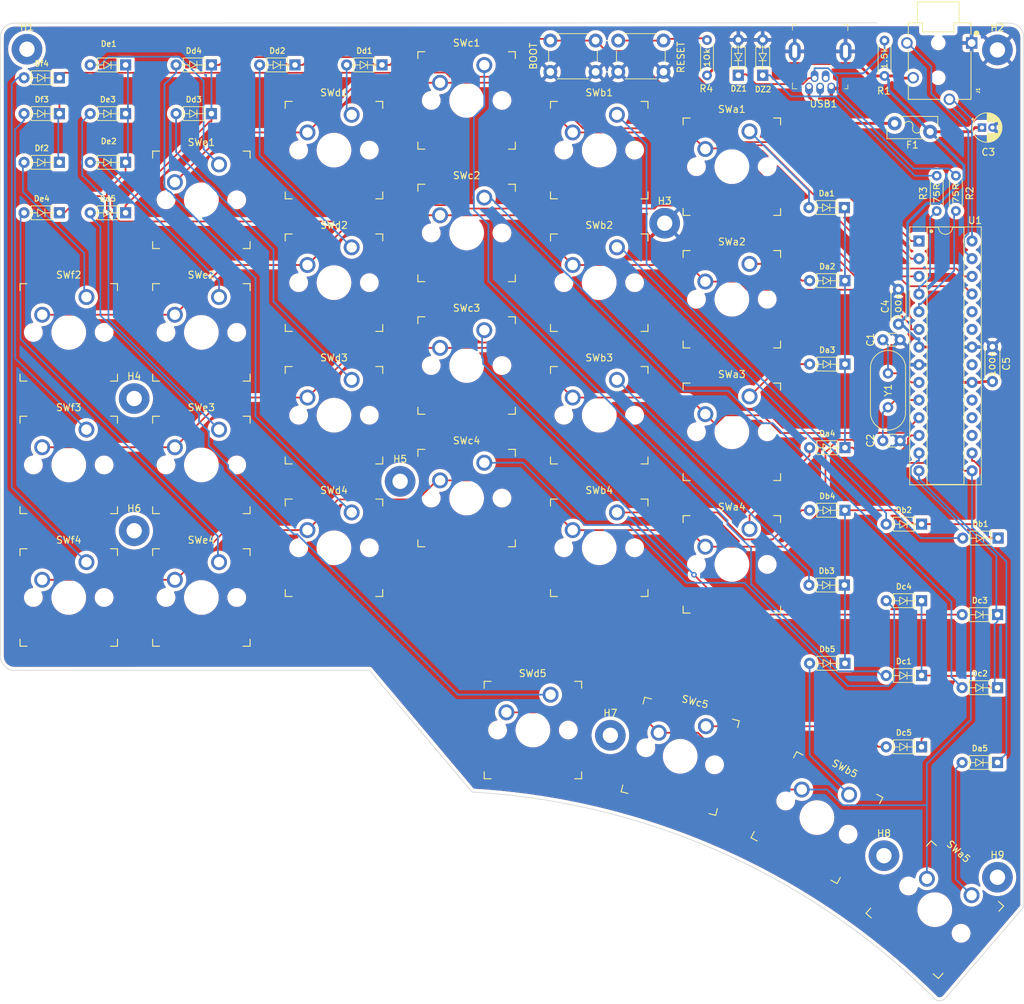
<source format=kicad_pcb>
(kicad_pcb (version 20211014) (generator pcbnew)
  (title_block (title "BlueJay Left"))
  (layers (0 "F.Cu" signal) (31 "B.Cu" signal) (36 "B.SilkS" user "B.Silkscreen") (37 "F.SilkS" user "F.Silkscreen") (38 "B.Mask" user) (39 "F.Mask" user) (44 "Edge.Cuts" user))
  (net 0 "")
  (net 1 "GND")
  (net 2 "Net-(C1-Pad1)")
  (net 3 "Net-(C2-Pad1)")
  (net 4 "VCC")
  (net 5 "/colA")
  (net 6 "Net-(Da1-Pad2)")
  (net 7 "Net-(Da2-Pad2)")
  (net 8 "Net-(Da3-Pad2)")
  (net 9 "Net-(Da4-Pad2)")
  (net 10 "Net-(Da5-Pad2)")
  (net 11 "/colB")
  (net 12 "Net-(Db1-Pad2)")
  (net 13 "Net-(Db2-Pad2)")
  (net 14 "Net-(Db3-Pad2)")
  (net 15 "Net-(Db4-Pad2)")
  (net 16 "Net-(Db5-Pad2)")
  (net 17 "/colC")
  (net 18 "Net-(Dc1-Pad2)")
  (net 19 "Net-(Dc2-Pad2)")
  (net 20 "Net-(Dc3-Pad2)")
  (net 21 "Net-(Dc4-Pad2)")
  (net 22 "Net-(Dc5-Pad2)")
  (net 23 "/colD")
  (net 24 "Net-(Dd1-Pad2)")
  (net 25 "Net-(Dd2-Pad2)")
  (net 26 "Net-(Dd3-Pad2)")
  (net 27 "Net-(Dd4-Pad2)")
  (net 28 "Net-(Dd5-Pad2)")
  (net 29 "/colE")
  (net 30 "Net-(De1-Pad2)")
  (net 31 "Net-(De2-Pad2)")
  (net 32 "Net-(De3-Pad2)")
  (net 33 "Net-(De4-Pad2)")
  (net 34 "/colF")
  (net 35 "Net-(Df2-Pad2)")
  (net 36 "Net-(Df3-Pad2)")
  (net 37 "Net-(Df4-Pad2)")
  (net 38 "Net-(DZ1-Pad1)")
  (net 39 "Net-(DZ2-Pad1)")
  (net 40 "Net-(F1-Pad2)")
  (net 41 "/i2c_SCL")
  (net 42 "/i2c_SDA")
  (net 43 "Net-(PB1-Pad1)")
  (net 44 "/USB_D-")
  (net 45 "/USB_D+")
  (net 46 "/row1")
  (net 47 "/row2")
  (net 48 "/row3")
  (net 49 "/row4")
  (net 50 "/row5")
  (footprint "BlueJay footprints:C_Disc_D3.0mm_W1.6mm_P2.50mm" (layer "F.Cu") (at 40.7312 3.6563)
    (fp_text reference "C2")
    (fp_text value "22p")
  )
  (footprint "BlueJay footprints:D_DO-35_SOD27_P5.08mm_Horizontal" (layer "F.Cu") (at 47.5687 47.6563 180)
    (fp_text reference "Dc5")
    (fp_text value "1N4148")
  )
  (footprint "BlueJay footprints:Crystal_HC49-4H_Vertical" (layer "F.Cu") (at 41.4812 -1.1437 90)
    (fp_text reference "Y1")
    (fp_text value "16MHz")
  )
  (footprint "BlueJay footprints:SW_MX" (layer "F.Cu") (at 19.05 2.3813)
    (fp_text reference "SWa3")
    (fp_text value "KEYSW")
  )
  (footprint "BlueJay footprints:SW_MX" (layer "F.Cu") (at 48.2012 71.0563 -42)
    (fp_text reference "SWa5")
    (fp_text value "KEYSW")
  )
  (footprint "BlueJay footprints:D_DO-35_SOD27_P5.08mm_Horizontal" (layer "F.Cu") (at 36.4812 -29.8437 180)
    (fp_text reference "Da1")
    (fp_text value "1N4148")
  )
  (footprint "BlueJay footprints:SW_MX" (layer "F.Cu") (at -76.2 -11.9063)
    (fp_text reference "SWf2")
    (fp_text value "KEYSW")
  )
  (footprint "BlueJay footprints:SW_MX" (layer "F.Cu") (at -19.05 -26.1938)
    (fp_text reference "SWc2")
    (fp_text value "KEYSW")
  )
  (footprint "BlueJay footprints:SW_MX" (layer "F.Cu") (at -38.1 -38.1)
    (fp_text reference "SWd1")
    (fp_text value "KEYSW")
  )
  (footprint "BlueJay footprints:SW_MX" (layer "F.Cu") (at -19.05 -7.1438)
    (fp_text reference "SWc3")
    (fp_text value "KEYSW")
  )
  (footprint "BlueJay footprints:D_DO-35_SOD27_P5.08mm_Horizontal" (layer "F.Cu") (at 23.4812 -47.5937 90)
    (fp_text reference "DZ2")
    (fp_text value "3.6V")
  )
  (footprint "BlueJay footprints:D_DO-35_SOD27_P5.08mm_Horizontal" (layer "F.Cu") (at -66.7688 -36.3437 180)
    (fp_text reference "De2")
    (fp_text value "1N4148")
  )
  (footprint "BlueJay footprints:SW_MX" (layer "F.Cu") (at -57.15 7.1438)
    (fp_text reference "SWe3")
    (fp_text value "KEYSW")
  )
  (footprint "Package_DIP_AKL:DIP-28_W7.62mm_Socket" (layer "F.Cu") (at 45.9312 -25.0375)
    (fp_text reference "U1")
    (fp_text value "ATmega328P-PU")
  )
  (footprint "BlueJay footprints:D_DO-35_SOD27_P5.08mm_Horizontal" (layer "F.Cu") (at 36.5687 4.6563 180)
    (fp_text reference "Da4")
    (fp_text value "1N4148")
  )
  (footprint "BlueJay footprints:D_DO-35_SOD27_P5.08mm_Horizontal" (layer "F.Cu") (at -66.7688 -50.3437 180)
    (fp_text reference "De1")
    (fp_text value "1N4148")
  )
  (footprint "BlueJay footprints:SW_MX" (layer "F.Cu") (at -19.05 11.9063)
    (fp_text reference "SWc4")
    (fp_text value "KEYSW")
  )
  (footprint "BlueJay footprints:SW_MX" (layer "F.Cu") (at -57.15 -11.9063)
    (fp_text reference "SWe2")
    (fp_text value "KEYSW")
  )
  (footprint "BlueJay footprints:D_DO-35_SOD27_P5.08mm_Horizontal" (layer "F.Cu") (at 36.5687 -7.3437 180)
    (fp_text reference "Da3")
    (fp_text value "1N4148")
  )
  (footprint "BlueJay footprints:SW_MX" (layer "F.Cu") (at -9.525 45.2438)
    (fp_text reference "SWd5")
    (fp_text value "KEYSW")
  )
  (footprint "BlueJay footprints:D_DO-35_SOD27_P5.08mm_Horizontal" (layer "F.Cu") (at -66.7688 -43.3437 180)
    (fp_text reference "De3")
    (fp_text value "1N4148")
  )
  (footprint "MountingHole:MountingHole_2.2mm_M2_Pad" (layer "F.Cu") (at 57.2 66.4)
    (fp_text reference "H9")
    (fp_text value "M2")
  )
  (footprint "BlueJay footprints:SW_MX" (layer "F.Cu") (at 19.05 21.4313)
    (fp_text reference "SWa4")
    (fp_text value "KEYSW")
  )
  (footprint "BlueJay footprints:SW_MX" (layer "F.Cu") (at 0 -38.1)
    (fp_text reference "SWb1")
    (fp_text value "KEYSW")
  )
  (footprint "BlueJay footprints:SW_MX" (layer "F.Cu") (at 0 -19.05)
    (fp_text reference "SWb2")
    (fp_text value "KEYSW")
  )
  (footprint "BlueJay footprints:D_DO-35_SOD27_P5.08mm_Horizontal" (layer "F.Cu") (at -76.2688 -29.0937 180)
    (fp_text reference "De4")
    (fp_text value "1N4148")
  )
  (footprint "BlueJay footprints:C_Disc_D4.3mm_W1.9mm_P5.00mm" (layer "F.Cu") (at 42.9812 -13.0937 90)
    (fp_text reference "C4")
    (fp_text value "100n")
  )
  (footprint "BlueJay footprints:SW_MX" (layer "F.Cu") (at 19.05 -16.6688)
    (fp_text reference "SWa2")
    (fp_text value "KEYSW")
  )
  (footprint "BlueJay footprints:D_DO-35_SOD27_P5.08mm_Horizontal" (layer "F.Cu") (at 47.5687 15.6563 180)
    (fp_text reference "Db2")
    (fp_text value "1N4148")
  )
  (footprint "MountingHole:MountingHole_2.2mm_M2_Pad" (layer "F.Cu") (at 40.9 63.3)
    (fp_text reference "H8")
    (fp_text value "M2")
  )
  (footprint "BlueJay footprints:SW_MX" (layer "F.Cu") (at -76.2 7.1438)
    (fp_text reference "SWf3")
    (fp_text value "KEYSW")
  )
  (footprint "BlueJay footprints:SW_MX" (layer "F.Cu") (at -38.1 19.05)
    (fp_text reference "SWd4")
    (fp_text value "KEYSW")
  )
  (footprint "BlueJay footprints:D_DO-35_SOD27_P5.08mm_Horizontal" (layer "F.Cu") (at 36.5687 13.6563 180)
    (fp_text reference "Db4")
    (fp_text value "1N4148")
  )
  (footprint "BlueJay footprints:R_Axial_DIN0204_L3.6mm_D1.6mm_P5.08mm_Horizontal" (layer "F.Cu") (at 40.9812 -53.8437 -90)
    (fp_text reference "R1")
    (fp_text value "1.5k")
  )
  (footprint "MountingHole:MountingHole_2.2mm_M2_Pad" (layer "F.Cu") (at -28.6 9.5)
    (fp_text reference "H5")
    (fp_text value "M2")
  )
  (footprint "BlueJay footprints:D_DO-35_SOD27_P5.08mm_Horizontal" (layer "F.Cu") (at 19.9812 -47.5937 90)
    (fp_text reference "DZ1")
    (fp_text value "3.6V")
  )
  (footprint "BlueJay footprints:SW_MX" (layer "F.Cu") (at 0 19.05)
    (fp_text reference "SWb4")
    (fp_text value "KEYSW")
  )
  (footprint "BlueJay footprints:SW_MX" (layer "F.Cu") (at -57.15 26.1938)
    (fp_text reference "SWe4")
    (fp_text value "KEYSW")
  )
  (footprint "MountingHole:MountingHole_2.2mm_M2_Pad" (layer "F.Cu") (at -82.2 -52.6)
    (fp_text reference "H1")
    (fp_text value "M2")
  )
  (footprint "BlueJay footprints:D_DO-35_SOD27_P5.08mm_Horizontal" (layer "F.Cu") (at -42.4313 -50.3437 180)
    (fp_text reference "Dd2")
    (fp_text value "1N4148")
  )
  (footprint "BlueJay footprints:SW_MX" (layer "F.Cu") (at 19.05 -35.7188)
    (fp_text reference "SWa1")
    (fp_text value "KEYSW")
  )
  (footprint "BlueJay footprints:D_DO-35_SOD27_P5.08mm_Horizontal" (layer "F.Cu") (at -29.9313 -50.3437 180)
    (fp_text reference "Dd1")
    (fp_text value "1N4148")
  )
  (footprint "BlueJay footprints:D_DO-35_SOD27_P5.08mm_Horizontal" (layer "F.Cu") (at -76.2688 -36.3437 180)
    (fp_text reference "Df2")
    (fp_text value "1N4148")
  )
  (footprint "MountingHole:MountingHole_2.2mm_M2_Pad" (layer "F.Cu") (at 1.6 46)
    (fp_text reference "H7")
    (fp_text value "M2")
  )
  (footprint "BlueJay footprints:D_DO-35_SOD27_P5.08mm_Horizontal" (layer "F.Cu") (at -54.4313 -50.3437 180)
    (fp_text reference "Dd4")
    (fp_text value "1N4148")
  )
  (footprint "BlueJay footprints:D_DO-35_SOD27_P5.08mm_Horizontal" (layer "F.Cu") (at 58.5687 17.6563 180)
    (fp_text reference "Db1")
    (fp_text value "1N4148")
  )
  (footprint "MountingHole:MountingHole_2.2mm_M2_Pad" (layer "F.Cu") (at 57.2 -52.5)
    (fp_text reference "H2")
    (fp_text value "M2")
  )
  (footprint "BlueJay footprints:D_DO-35_SOD27_P5.08mm_Horizontal" (layer "F.Cu") (at 36.5687 -19.3437 180)
    (fp_text reference "Da2")
    (fp_text value "1N4148")
  )
  (footprint "MountingHole:MountingHole_2.2mm_M2_Pad" (layer "F.Cu") (at 9.4 -27.6)
    (fp_text reference "H3")
    (fp_text value "M2")
  )
  (footprint "BlueJay footprints:D_DO-35_SOD27_P5.08mm_Horizontal" (layer "F.Cu") (at 47.5687 26.6563 180)
    (fp_text reference "Dc4")
    (fp_text value "1N4148")
  )
  (footprint "BlueJay footprints:D_DO-35_SOD27_P5.08mm_Horizontal" (layer "F.Cu") (at 58.4812 39.1563 180)
    (fp_text reference "Dc2")
    (fp_text value "1N4148")
  )
  (footprint "BlueJay footprints:D_DO-35_SOD27_P5.08mm_Horizontal" (layer "F.Cu") (at -76.2688 -43.3437 180)
    (fp_text reference "Df3")
    (fp_text value "1N4148")
  )
  (footprint "BlueJay footprints:R_Axial_DIN0204_L3.6mm_D1.6mm_P5.08mm_Horizontal" (layer "F.Cu") (at 48.4812 -29.3437 90)
    (fp_text reference "R3")
    (fp_text value "75R")
  )
  (footprint "BlueJay footprints:D_DO-35_SOD27_P5.08mm_Horizontal" (layer "F.Cu") (at 58.4812 49.9063 180)
    (fp_text reference "Da5")
    (fp_text value "1N4148")
  )
  (footprint "BlueJay footprints:SW_MX" (layer "F.Cu") (at 0 0)
    (fp_text reference "SWb3")
    (fp_text value "KEYSW")
  )
  (footprint "BlueJay footprints:D_DO-35_SOD27_P5.08mm_Horizontal" (layer "F.Cu") (at 36.4812 24.4063 180)
    (fp_text reference "Db3")
    (fp_text value "1N4148")
  )
  (footprint "BlueJay footprints:C_Disc_D4.3mm_W1.9mm_P5.00mm" (layer "F.Cu") (at 56.4812 -4.8437 90)
    (fp_text reference "C5")
    (fp_text value "100n")
  )
  (footprint "BlueJay footprints:USB_Mini_B_Female_548190519" (layer "F.Cu") (at 31.7312 -47.2437 -90)
    (fp_text reference "USB1")
    (fp_text value "USB_B_Mini")
  )
  (footprint "BlueJay footprints:SW_MX" (layer "F.Cu") (at 31.2712 57.8263 -28)
    (fp_text reference "SWb5")
    (fp_text value "KEYSW")
  )
  (footprint "MountingHole:MountingHole_2.2mm_M2_Pad" (layer "F.Cu") (at -66.8 16.6)
    (fp_text reference "H6")
    (fp_text value "M2")
  )
  (footprint "BlueJay footprints:D_DO-35_SOD27_P5.08mm_Horizontal" (layer "F.Cu") (at -66.7688 -29.0937 180)
    (fp_text reference "Dd5")
    (fp_text value "1N4148")
  )
  (footprint "MountingHole:MountingHole_2.2mm_M2_Pad" (layer "F.Cu") (at -66.8 -2.4)
    (fp_text reference "H4")
    (fp_text value "M2")
  )
  (footprint "BlueJay footprints:C_Disc_D3.0mm_W1.6mm_P2.50mm" (layer "F.Cu") (at 40.7312 -10.8437)
    (fp_text reference "C1")
    (fp_text value "22p")
  )
  (footprint "BlueJay footprints:SW_PUSH_6mm" (layer "F.Cu") (at -7.0188 -53.8437)
    (fp_text reference "PB2")
    (fp_text value "BOOT")
  )
  (footprint "BlueJay footprints:SW_MX" (layer "F.Cu") (at -19.05 -45.2438)
    (fp_text reference "SWc1")
    (fp_text value "KEYSW")
  )
  (footprint "BlueJay footprints:D_DO-35_SOD27_P5.08mm_Horizontal" (layer "F.Cu") (at -54.4313 -43.3437 180)
    (fp_text reference "Dd3")
    (fp_text value "1N4148")
  )
  (footprint "BlueJay footprints:SW_PUSH_6mm" (layer "F.Cu") (at 2.7312 -53.8437)
    (fp_text reference "PB1")
    (fp_text value "RESET")
  )
  (footprint "BlueJay footprints:SW_MX" (layer "F.Cu") (at -57.15 -30.9563)
    (fp_text reference "SWe1")
    (fp_text value "KEYSW")
  )
  (footprint "BlueJay footprints:D_DO-35_SOD27_P5.08mm_Horizontal" (layer "F.Cu") (at 36.5687 35.6563 180)
    (fp_text reference "Db5")
    (fp_text value "1N4148")
  )
  (footprint "BlueJay footprints:D_DO-35_SOD27_P5.08mm_Horizontal" (layer "F.Cu") (at -76.2688 -48.5 180)
    (fp_text reference "Df4")
    (fp_text value "1N4148")
  )
  (footprint "BlueJay footprints:D_DO-35_SOD27_P5.08mm_Horizontal" (layer "F.Cu") (at 47.5687 37.4063 180)
    (fp_text reference "Dc1")
    (fp_text value "1N4148")
  )
  (footprint "BlueJay footprints:SW_MX" (layer "F.Cu") (at -76.2 26.1938)
    (fp_text reference "SWf4")
    (fp_text value "KEYSW")
  )
  (footprint "BlueJay footprints:SW_MX" (layer "F.Cu") (at -38.1 0)
    (fp_text reference "SWd3")
    (fp_text value "KEYSW")
  )
  (footprint "BlueJay footprints:CUI_SJ-43514" (layer "F.Cu") (at 48.7 -50.9 -90)
    (fp_text reference "J1")
    (fp_text value "SJ-43514")
    (fp_line (start -5.5 2.25) (end -5.5 8.85) (layer "Edge.Cuts") (width 0.01))
    (fp_line (start -5.5 -2.25) (end -4.2 -2.25) (layer "Edge.Cuts") (width 0.01))
    (fp_line (start -5.5 -8.35) (end -5.5 -2.25) (layer "Edge.Cuts") (width 0.01))
    (fp_line (start -4.2 2.25) (end -5.5 2.25) (layer "Edge.Cuts") (width 0.01))
    (fp_line (start -4.2 -2.25) (end -4.2 2.25) (layer "Edge.Cuts") (width 0.01))
  )
  (footprint "BlueJay footprints:CP_Radial_D4.0mm_P1.50mm" (layer "F.Cu") (at 54.9812 -41.3437)
    (fp_text reference "C3")
    (fp_text value "4.7u")
  )
  (footprint "Fuse_AKL:Fuse_Bourns_MF-RG300" (layer "F.Cu") (at 47.5312 -40.7437 180)
    (fp_text reference "F1")
    (fp_text value "100mA")
  )
  (footprint "BlueJay footprints:SW_MX" (layer "F.Cu") (at 11.6312 49.0163 -14)
    (fp_text reference "SWc5")
    (fp_text value "KEYSW")
  )
  (footprint "BlueJay footprints:SW_MX" (layer "F.Cu") (at -38.1 -19.05)
    (fp_text reference "SWd2")
    (fp_text value "KEYSW")
  )
  (footprint "BlueJay footprints:R_Axial_DIN0204_L3.6mm_D1.6mm_P5.08mm_Horizontal" (layer "F.Cu") (at 51.2312 -29.3437 90)
    (fp_text reference "R2")
    (fp_text value "75R")
  )
  (footprint "BlueJay footprints:R_Axial_DIN0204_L3.6mm_D1.6mm_P5.08mm_Horizontal" (layer "F.Cu") (at 15.4812 -48.8437 90)
    (fp_text reference "R4")
    (fp_text value "10k")
  )
  (footprint "BlueJay footprints:D_DO-35_SOD27_P5.08mm_Horizontal" (layer "F.Cu") (at 58.4812 28.6563 180)
    (fp_text reference "Dc3")
    (fp_text value "1N4148")
  )
  (gr_line (start 60.9812 70.6563) (end 49.7812 83.7263) (layer "Edge.Cuts") (width 0.1))
  (gr_arc (start -18.2688 54.1563) (mid 17.583107 62.841492) (end 48.0112 83.6963) (layer "Edge.Cuts") (width 0.1))
  (gr_arc (start 58.9812 -56.3437) (mid 60.393459 -55.755959) (end 60.981199 -54.3437) (layer "Edge.Cuts") (width 0.1))
  (gr_line (start 60.9812 70.6563) (end 60.981199 -54.3437) (layer "Edge.Cuts") (width 0.1))
  (gr_arc (start -86.024489 -54.35145) (mid -85.442713 -55.767431) (end -84.024489 -56.3437) (layer "Edge.Cuts") (width 0.1))
  (gr_arc (start -84.02552 36.663017) (mid -85.443204 36.061839) (end -86.025519 34.6363) (layer "Edge.Cuts") (width 0.1))
  (gr_line (start -86.024489 -54.35145) (end -86.025519 34.6363) (layer "Edge.Cuts") (width 0.1))
  (gr_line (start -84.02552 36.663017) (end -33.0188 36.6563) (layer "Edge.Cuts") (width 0.1))
  (gr_line (start -33.0188 36.6563) (end -18.2688 54.1563) (layer "Edge.Cuts") (width 0.1))
  (gr_line (start 58.9812 -56.3437) (end 57.05 -56.4) (layer "Edge.Cuts") (width 0.1))
  (gr_line (start 39.85 -56.4) (end -84.024489 -56.3437) (layer "Edge.Cuts") (width 0.1))
  (gr_arc (start 49.7812 83.7263) (mid 48.888799 84.147698) (end 48.0112 83.6963) (layer "Edge.Cuts") (width 0.1))
  (segment (start 44.8059 -4.7175) (end 43.4997 -6.0237) (width 0.25) (layer "F.Cu") (net 2))
  (segment (start 43.4997 -6.0237) (end 41.4812 -6.0237) (width 0.25) (layer "F.Cu") (net 2))
  (segment (start 45.9312 -4.7175) (end 44.8059 -4.7175) (width 0.25) (layer "F.Cu") (net 2))
  (segment (start 40.7312 -10.8437) (end 41.4812 -10.0937) (width 0.25) (layer "B.Cu") (net 2))
  (segment (start 41.4812 -10.0937) (end 41.4812 -6.0237) (width 0.25) (layer "B.Cu") (net 2))
  (segment (start 42.515 -2.1775) (end 41.4812 -1.1437) (width 0.25) (layer "F.Cu") (net 3))
  (segment (start 45.9312 -2.1775) (end 42.515 -2.1775) (width 0.25) (layer "F.Cu") (net 3))
  (segment (start 41.4812 -1.1437) (end 40.7312 -0.3937) (width 0.25) (layer "B.Cu") (net 3))
  (segment (start 40.7312 -0.3937) (end 40.7312 3.6563) (width 0.25) (layer "B.Cu") (net 3))
  (segment (start 42.4015 -48.7637) (end 42.7215 -48.4437) (width 0.4) (layer "F.Cu") (net 4))
  (segment (start 17.1808 -50.5433) (end 37.1413 -50.5433) (width 0.4) (layer "F.Cu") (net 4))
  (segment (start 53.3809 -40.7437) (end 53.9809 -41.3437) (width 0.4) (layer "F.Cu") (net 4))
  (segment (start 37.1413 -50.5433) (end 38.9209 -48.7637) (width 0.4) (layer "F.Cu") (net 4))
  (segment (start 54.1514 -4.7175) (end 53.5512 -4.7175) (width 0.4) (layer "F.Cu") (net 4))
  (segment (start 53.5512 -4.7175) (end 52.3509 -4.7175) (width 0.4) (layer "F.Cu") (net 4))
  (segment (start 56.4812 -4.8437) (end 54.8777 -4.8437) (width 0.4) (layer "F.Cu") (net 4))
  (segment (start 54.8777 -4.8437) (end 54.7515 -4.7175) (width 0.4) (layer "F.Cu") (net 4))
  (segment (start 47.2709 -9.7975) (end 45.9312 -9.7975) (width 0.4) (layer "F.Cu") (net 4))
  (segment (start 54.1514 -4.7175) (end 54.7515 -4.7175) (width 0.4) (layer "F.Cu") (net 4))
  (segment (start 38.9209 -48.7637) (end 40.9812 -48.7637) (width 0.4) (layer "F.Cu") (net 4))
  (segment (start 42.7215 -48.4437) (end 45.0437 -48.4437) (width 0.4) (layer "F.Cu") (net 4))
  (segment (start 15.4812 -48.8437) (end 17.1808 -50.5433) (width 0.4) (layer "F.Cu") (net 4))
  (segment (start 45.0437 -48.4437) (end 45.1 -48.5) (width 0.4) (layer "F.Cu") (net 4))
  (segment (start 52.3509 -4.7175) (end 47.2709 -9.7975) (width 0.4) (layer "F.Cu") (net 4))
  (segment (start 47.5312 -40.7437) (end 53.3809 -40.7437) (width 0.4) (layer "F.Cu") (net 4))
  (segment (start 40.9812 -48.7637) (end 42.4015 -48.7637) (width 0.4) (layer "F.Cu") (net 4))
  (segment (start 54.9812 -41.3437) (end 53.9809 -41.3437) (width 0.4) (layer "F.Cu") (net 4))
  (segment (start 42.9812 -13.0937) (end 43.2114 -13.3239) (width 0.4) (layer "B.Cu") (net 4))
  (segment (start 41.5715 -48.1734) (end 41.5715 -46.7034) (width 0.4) (layer "B.Cu") (net 4))
  (segment (start 43.2114 -13.3239) (end 45.5375 -10.9978) (width 0.4) (layer "B.Cu") (net 4))
  (segment (start 48.870711 -30.443211) (end 52.38668 -33.95918) (width 0.4) (layer "B.Cu") (net 4))
  (segment (start 44.2919 -27.669344) (end 47.065767 -30.443211) (width 0.4) (layer "B.Cu") (net 4))
  (segment (start 52.38668 -33.95918) (end 52.38668 -35.88822) (width 0.4) (layer "B.Cu") (net 4))
  (segment (start 43.2114 -13.3239) (end 44.2919 -14.4044) (width 0.4) (layer "B.Cu") (net 4))
  (segment (start 44.2919 -14.4044) (end 44.2919 -27.669344) (width 0.4) (layer "B.Cu") (net 4))
  (segment (start 52.38668 -35.88822) (end 47.5312 -40.7437) (width 0.4) (layer "B.Cu") (net 4))
  (segment (start 41.5715 -46.7034) (end 47.5312 -40.7437) (width 0.4) (layer "B.Cu") (net 4))
  (segment (start 47.065767 -30.443211) (end 48.870711 -30.443211) (width 0.4) (layer "B.Cu") (net 4))
  (segment (start 45.9312 -9.7975) (end 45.9312 -10.9978) (width 0.4) (layer "B.Cu") (net 4))
  (segment (start 40.9812 -48.7637) (end 41.5715 -48.1734) (width 0.4) (layer "B.Cu") (net 4))
  (segment (start 45.5375 -10.9978) (end 45.9312 -10.9978) (width 0.4) (layer "B.Cu") (net 4))
  (segment (start 53.5512 7.9825) (end 52.4259 7.9825) (width 0.25) (layer "F.Cu") (net 5))
  (segment (start 52.4259 7.9825) (end 51.3006 6.8572) (width 0.25) (layer "F.Cu") (net 5))
  (segment (start 51.3006 6.8572) (end 38.6249 6.8572) (width 0.25) (layer "F.Cu") (net 5))
  (segment (start 35.2987 4.6563) (end 36.424 4.6563) (width 0.25) (layer "F.Cu") (net 5))
  (segment (start 38.6249 6.8572) (end 36.424 4.6563) (width 0.25) (layer "F.Cu") (net 5))
  (segment (start 53.5512 16.0909) (end 53.5512 7.9825) (width 0.25) (layer "B.Cu") (net 5))
  (segment (start 35.2987 -19.3437) (end 35.2987 -7.3437) (width 0.25) (layer "B.Cu") (net 5))
  (segment (start 57.2112 49.9063) (end 58.4812 48.6363) (width 0.25) (layer "B.Cu") (net 5))
  (segment (start 35.2987 -29.7562) (end 35.2112 -29.8437) (width 0.25) (layer "B.Cu") (net 5))
  (segment (start 58.4812 21.0209) (end 53.5512 16.0909) (width 0.25) (layer "B.Cu") (net 5))
  (segment (start 58.4812 48.6363) (end 58.4812 21.0209) (width 0.25) (layer "B.Cu") (net 5))
  (segment (start 35.2987 -7.3437) (end 35.2987 4.6563) (width 0.25) (layer "B.Cu") (net 5))
  (segment (start 35.2987 -19.3437) (end 35.2987 -29.7562) (width 0.25) (layer "B.Cu") (net 5))
  (segment (start 30.1312 -29.8437) (end 30.1312 -32.2575) (width 0.25) (layer "B.Cu") (net 6))
  (segment (start 30.1312 -32.2575) (end 21.59 -40.7987) (width 0.25) (layer "B.Cu") (net 6))
  (segment (start 30.2187 -19.3437) (end 29.0934 -19.3437) (width 0.25) (layer "F.Cu") (net 7))
  (segment (start 26.6884 -21.7487) (end 21.59 -21.7487) (width 0.25) (layer "F.Cu") (net 7))
  (segment (start 29.0934 -19.3437) (end 26.6884 -21.7487) (width 0.25) (layer "F.Cu") (net 7))
  (segment (start 30.2187 -7.3437) (end 26.235 -7.3437) (width 0.25) (layer "F.Cu") (net 8))
  (segment (start 26.235 -7.3437) (end 21.59 -2.6987) (width 0.25) (layer "F.Cu") (net 8))
  (segment (start 30.2187 4.6563) (end 30.2187 5.7816) (width 0.25) (layer "F.Cu") (net 9))
  (segment (start 30.2187 5.7816) (end 21.59 14.4103) (width 0.25) (layer "F.Cu") (net 9))
  (segment (start 21.59 14.4103) (end 21.59 16.3513) (width 0.25) (layer "F.Cu") (net 9))
  (segment (start 51.2187 66.7114) (end 53.488 68.9807) (width 0.25) (layer "B.Cu") (net 10))
  (segment (start 51.2187 50.8188) (end 51.2187 66.7114) (width 0.25) (layer "B.Cu") (net 10))
  (segment (start 52.1312 49.9063) (end 51.2187 50.8188) (width 0.25) (layer "B.Cu") (net 10))
  (segment (start 46.2987 15.6563) (end 45.1734 15.6563) (width 0.25) (layer "F.Cu") (net 11))
  (segment (start 53.5512 5.4425) (end 53.5512 6.5678) (width 0.25) (layer "F.Cu") (net 11))
  (segment (start 35.2987 13.6563) (end 43.1734 13.6563) (width 0.25) (layer "F.Cu") (net 11))
  (segment (start 54.7234 7.4587) (end 54.7234 15.1063) (width 0.25) (layer "F.Cu") (net 11))
  (segment (start 54.1734 15.6563) (end 46.2987 15.6563) (width 0.25) (layer "F.Cu") (net 11))
  (segment (start 53.8325 6.5678) (end 54.7234 7.4587) (width 0.25) (layer "F.Cu") (net 11))
  (segment (start 53.5512 6.5678) (end 53.8325 6.5678) (width 0.25) (layer "F.Cu") (net 11))
  (segment (start 43.1734 13.6563) (end 45.1734 15.6563) (width 0.25) (layer "F.Cu") (net 11))
  (segment (start 54.7234 15.1063) (end 54.1734 15.6563) (width 0.25) (layer "F.Cu") (net 11))
  (segment (start 57.2987 17.6563) (end 56.1734 17.6563) (width 0.25) (layer "F.Cu") (net 11))
  (segment (start 56.1734 17.6563) (end 54.1734 15.6563) (width 0.25) (layer "F.Cu") (net 11))
  (segment (start 35.2987 24.4938) (end 35.2112 24.4063) (width 0.25) (layer "B.Cu") (net 11))
  (segment (start 35.2987 24.3188) (end 35.2987 13.6563) (width 0.25) (layer "B.Cu") (net 11))
  (segment (start 35.2987 35.6563) (end 35.2987 24.4938) (width 0.25) (layer "B.Cu") (net 11))
  (segment (start 35.2112 24.4063) (end 35.2987 24.3188) (width 0.25) (layer "B.Cu") (net 11))
  (segment (start 6.8 -21.7515) (end 6.8 -38.92) (width 0.25) (layer "B.Cu") (net 12))
  (segment (start 6.8 -38.92) (end 2.54 -43.18) (width 0.25) (layer "B.Cu") (net 12))
  (segment (start 46.2078 17.6563) (end 6.8 -21.7515) (width 0.25) (layer "B.Cu") (net 12))
  (segment (start 52.2187 17.6563) (end 46.2078 17.6563) (width 0.25) (layer "B.Cu") (net 12))
  (segment (start 41.2187 15.6563) (end 41.2187 14.0604) (width 0.25) (layer "B.Cu") (net 13))
  (segment (start 41.2187 14.0604) (end 3.0283 -24.13) (width 0.25) (layer "B.Cu") (net 13))
  (segment (start 3.0283 -24.13) (end 2.54 -24.13) (width 0.25) (layer "B.Cu") (net 13))
  (segment (start 30.1312 22.5112) (end 2.54 -5.08) (width 0.25) (layer "B.Cu") (net 14))
  (segment (start 30.1312 24.4063) (end 30.1312 22.5112) (width 0.25) (layer "B.Cu") (net 14))
  (segment (start 29.0934 13.6563) (end 24.9017 17.848) (width 0.25) (layer "F.Cu") (net 15))
  (segment (start 30.2187 13.6563) (end 29.0934 13.6563) (width 0.25) (layer "F.Cu") (net 15))
  (segment (start 20.865 17.848) (end 16.987 13.97) (width 0.25) (layer "F.Cu") (net 15))
  (segment (start 24.9017 17.848) (end 20.865 17.848) (width 0.25) (layer "F.Cu") (net 15))
  (segment (start 16.987 13.97) (end 2.54 13.97) (width 0.25) (layer "F.Cu") (net 15))
  (segment (start 30.2187 35.6563) (end 30.2187 48.8533) (width 0.25) (layer "B.Cu") (net 16))
  (segment (start 30.2187 48.8533) (end 35.8988 54.5334) (width 0.25) (layer "B.Cu") (net 16))
  (segment (start 46.2987 47.6563) (end 46.2987 46.531) (width 0.25) (layer "F.Cu") (net 17))
  (segment (start 46.2987 37.4063) (end 48.4962 37.4063) (width 0.25) (layer "F.Cu") (net 17))
  (segment (start 56.1734 39.1563) (end 54.4859 37.4688) (width 0.25) (layer "F.Cu") (net 17))
  (segment (start 54.4859 37.4688) (end 48.5587 37.4688) (width 0.25) (layer "F.Cu") (net 17))
  (segment (start 48.5587 37.4688) (end 48.5587 44.271) (width 0.25) (layer "F.Cu") (net 17))
  (segment (start 57.2112 39.1563) (end 56.1734 39.1563) (width 0.25) (layer "F.Cu") (net 17))
  (segment (start 48.5587 44.271) (end 46.2987 46.531) (width 0.25) (layer "F.Cu") (net 17))
  (segment (start 48.4962 37.4063) (end 48.5587 37.4688) (width 0.25) (layer "F.Cu") (net 17))
  (segment (start 56.7987 38.7438) (end 57.2112 39.1563) (width 0.25) (layer "B.Cu") (net 17))
  (segment (start 57.2112 29.6191) (end 56.7987 30.0316) (width 0.25) (layer "B.Cu") (net 17))
  (segment (start 45.9312 9.1078) (end 45.9312 7.9825) (width 0.25) (layer "B.Cu") (net 17))
  (segment (start 56.7987 30.0316) (end 56.7987 38.7438) (width 0.25) (layer "B.Cu") (net 17))
  (segment (start 57.2112 28.6563) (end 57.0487 28.4938) (width 0.25) (layer "B.Cu") (net 17))
  (segment (start 46.2987 26.6563) (end 46.2987 37.4063) (width 0.25) (layer "B.Cu") (net 17))
  (segment (start 57.0487 20.2253) (end 45.9312 9.1078) (width 0.25) (layer "B.Cu") (net 17))
  (segment (start 57.2112 28.6563) (end 57.2112 29.6191) (width 0.25) (layer "B.Cu") (net 17))
  (segment (start 57.0487 28.4938) (end 57.0487 20.2253) (width 0.25) (layer "B.Cu") (net 17))
  (segment (start 21.8107 24.2448) (end 21.8107 19.112) (width 0.25) (layer "B.Cu") (net 18))
  (segment (start 18.4145 15.1132) (end 2.368421 -0.932879) (width 0.25) (layer "B.Cu") (net 18))
  (segment (start 39.9481 36.8016) (end 34.3675 36.8016) (width 0.25) (layer "B.Cu") (net 18))
  (segment (start 34.3675 36.8016) (end 21.8107 24.2448) (width 0.25) (layer "B.Cu") (net 18))
  (segment (start 41.2187 37.4063) (end 40.5528 37.4063) (width 0.25) (layer "B.Cu") (net 18))
  (segment (start 21.8107 19.112) (end 18.4145 15.7158) (width 0.25) (layer "B.Cu") (net 18))
  (segment (start -15.9188 -19.268254) (end -15.9188 -27.4099) (width 0.25) (layer "B.Cu") (net 18))
  (segment (start -18.0007 -42.8765) (end -16.51 -44.3672) (width 0.25) (layer "B.Cu") (net 18))
  (segment (start -15.9188 -27.4099) (end -18.0007 -29.4918) (width 0.25) (layer "B.Cu") (net 18))
  (segment (start 18.4145 15.7158) (end 18.4145 15.1132) (width 0.25) (layer "B.Cu") (net 18))
  (segment (start 2.368421 -0.932879) (end 2.368421 -0.981033) (width 0.25) (layer "B.Cu") (net 18))
  (segment (start 40.5528 37.4063) (end 39.9481 36.8016) (width 0.25) (layer "B.Cu") (net 18))
  (segment (start -18.0007 -29.4918) (end -18.0007 -42.8765) (width 0.25) (layer "B.Cu") (net 18))
  (segment (start 2.368421 -0.981033) (end -15.9188 -19.268254) (width 0.25) (layer "B.Cu") (net 18))
  (segment (start -16.51 -44.3672) (end -16.51 -50.3237) (width 0.25) (layer "B.Cu") (net 18))
  (segment (start -15.6402 -31.2737) (end -4.641921 -20.275421) (width 0.25) (layer "B.Cu") (net 19))
  (segment (start -4.641921 -20.275421) (end -4.572413 -20.275421) (width 0.25) (layer "B.Cu") (net 19))
  (segment (start 50.5934 37.6185) (end 52.1312 39.1563) (width 0.25) (layer "B.Cu") (net 19))
  (segment (start 24.917979 1.155879) (end 50.5934 26.8313) (width 0.25) (layer "B.Cu") (net 19))
  (segment (start -3.854579 -19.557587) (end -3.854579 -19.488079) (width 0.25) (layer "B.Cu") (net 19))
  (segment (start 50.5934 26.8313) (end 50.5934 37.6185) (width 0.25) (layer "B.Cu") (net 19))
  (segment (start 12.1399 -3.4936) (end 18.5313 -3.4936) (width 0.25) (layer "B.Cu") (net 19))
  (segment (start -4.572413 -20.275421) (end -3.854579 -19.557587) (width 0.25) (layer "B.Cu") (net 19))
  (segment (start -3.854579 -19.488079) (end 12.1399 -3.4936) (width 0.25) (layer "B.Cu") (net 19))
  (segment (start 23.180779 1.155879) (end 24.917979 1.155879) (width 0.25) (layer "B.Cu") (net 19))
  (segment (start 18.5313 -3.4936) (end 23.180779 1.155879) (width 0.25) (layer "B.Cu") (net 19))
  (segment (start -16.51 -31.2737) (end -15.6402 -31.2737) (width 0.25) (layer "B.Cu") (net 19))
  (segment (start 13.6112 22.9263) (end 19.3412 28.6563) (width 0.25) (layer "F.Cu") (net 20))
  (segment (start 19.3412 28.6563) (end 52.1312 28.6563) (width 0.25) (layer "F.Cu") (net 20))
  (via (at 13.6112 22.9263) (size 0.8) (drill 0.4) (layers "F.Cu" "B.Cu") (net 20))
  (segment (start -16.681579 -7.374029) (end 13.6112 22.91875) (width 0.25) (layer "B.Cu") (net 20))
  (segment (start -16.681579 -8.124833) (end -16.681579 -7.374029) (width 0.25) (layer "B.Cu") (net 20))
  (segment (start 13.6112 22.91875) (end 13.6112 22.9263) (width 0.25) (layer "B.Cu") (net 20))
  (segment (start -16.8275 -12.2237) (end -16.8275 -8.270754) (width 0.25) (layer "B.Cu") (net 20))
  (segment (start -16.8275 -8.270754) (end -16.681579 -8.124833) (width 0.25) (layer "B.Cu") (net 20))
  (segment (start -2.0377 15.7742) (end -10.9856 6.8263) (width 0.25) (layer "B.Cu") (net 21))
  (segment (start 41.2187 26.6563) (end 42.3784 27.816) (width 0.25) (layer "B.Cu") (net 21))
  (segment (start -10.9856 6.8263) (end -16.51 6.8263) (width 0.25) (layer "B.Cu") (net 21))
  (segment (start 42.3784 27.816) (end 42.3784 38.0604) (width 0.25) (layer "B.Cu") (net 21))
  (segment (start 35.6731 38.9063) (end 20.8482 24.0814) (width 0.25) (layer "B.Cu") (net 21))
  (segment (start 12.5391 24.0814) (end 4.2319 15.7742) (width 0.25) (layer "B.Cu") (net 21))
  (segment (start 20.8482 24.0814) (end 12.5391 24.0814) (width 0.25) (layer "B.Cu") (net 21))
  (segment (start 41.5325 38.9063) (end 35.6731 38.9063) (width 0.25) (layer "B.Cu") (net 21))
  (segment (start 4.2319 15.7742) (end -2.0377 15.7742) (width 0.25) (layer "B.Cu") (net 21))
  (segment (start 42.3784 38.0604) (end 41.5325 38.9063) (width 0.25) (layer "B.Cu") (net 21))
  (segment (start 37.1388 44.7017) (end 15.3247 44.7017) (width 0.25) (layer "F.Cu") (net 22))
  (segment (start 40.0934 47.6563) (end 37.1388 44.7017) (width 0.25) (layer "F.Cu") (net 22))
  (segment (start 41.2187 47.6563) (end 40.0934 47.6563) (width 0.25) (layer "F.Cu") (net 22))
  (segment (start 17.3022 -39.2475) (end 4.206 -52.3437) (width 0.25) (layer "F.Cu") (net 23))
  (segment (start -43.7013 -50.3437) (end -42.576 -50.3437) (width 0.25) (layer "F.Cu") (net 23))
  (segment (start -45.9519 -51.469) (end -44.8266 -50.3437) (width 0.25) (layer "F.Cu") (net 23))
  (segment (start -54.576 -50.3437) (end -53.4507 -51.469) (width 0.25) (layer "F.Cu") (net 23))
  (segment (start -26.326 -54.0937) (end -7.2688 -54.0937) (width 0.25) (layer "F.Cu") (net 23))
  (segment (start -55.7013 -50.3437) (end -54.576 -50.3437) (width 0.25) (layer "F.Cu") (net 23))
  (segment (start -31.2013 -50.3437) (end -30.076 -50.3437) (width 0.25) (layer "F.Cu") (net 23))
  (segment (start -55.7013 -42.2184) (end -55.7013 -43.3437) (width 0.25) (layer "F.Cu") (net 23))
  (segment (start 45.9312 -22.4975) (end 44.8059 -22.4975) (width 0.25) (layer "F.Cu") (net 23))
  (segment (start -41.4507 -51.469) (end -42.576 -50.3437) (width 0.25) (layer "F.Cu") (net 23))
  (segment (start -30.076 -50.3437) (end -26.326 -54.0937) (width 0.25) (layer "F.Cu") (net 23))
  (segment (start 0.9812 -52.3437) (end -0.5188 -53.8437) (width 0.25) (layer "F.Cu") (net 23))
  (segment (start -68.0388 -30.1315) (end -55.9519 -42.2184) (width 0.25) (layer "F.Cu") (net 23))
  (segment (start -32.3266 -50.3437) (end -33.4519 -51.469) (width 0.25) (layer "F.Cu") (net 23))
  (segment (start -33.4519 -51.469) (end -41.4507 -51.469) (width 0.25) (layer "F.Cu") (net 23))
  (segment (start -53.4507 -51.469) (end -45.9519 -51.469) (width 0.25) (layer "F.Cu") (net 23))
  (segment (start -31.7639 -50.3437) (end -31.2013 -50.3437) (width 0.25) (layer "F.Cu") (net 23))
  (segment (start -31.7639 -50.3437) (end -32.3266 -50.3437) (width 0.25) (layer "F.Cu") (net 23))
  (segment (start -68.0388 -29.0937) (end -68.0388 -30.1315) (width 0.25) (layer "F.Cu") (net 23))
  (segment (start 28.0559 -39.2475) (end 17.3022 -39.2475) (width 0.25) (layer "F.Cu") (net 23))
  (segment (start 44.8059 -22.4975) (end 28.0559 -39.2475) (width 0.25) (layer "F.Cu") (net 23))
  (segment (start 4.206 -52.3437) (end 0.9812 -52.3437) (width 0.25) (layer "F.Cu") (net 23))
  (segment (start -55.9519 -42.2184) (end -55.7013 -42.2184) (width 0.25) (layer "F.Cu") (net 23))
  (segment (start -7.0188 -53.8437) (end -0.5188 -53.8437) (width 0.25) (layer "F.Cu") (net 23))
  (segment (start -43.7013 -50.3437) (end -44.8266 -50.3437) (width 0.25) (layer "F.Cu") (net 23))
  (segment (start -7.2688 -54.0937) (end -7.0188 -53.8437) (width 0.25) (layer "F.Cu") (net 23))
  (segment (start -55.7013 -43.3437) (end -55.7013 -50.3437) (width 0.25) (layer "B.Cu") (net 23))
  (segment (start -36.2813 -50.3437) (end -36.2813 -43.9013) (width 0.25) (layer "B.Cu") (net 24))
  (segment (start -36.2813 -43.9013) (end -35.56 -43.18) (width 0.25) (layer "B.Cu") (net 24))
  (segment (start -48.7813 -50.3437) (end -48.7813 -37.3513) (width 0.25) (layer "B.Cu") (net 25))
  (segment (start -48.7813 -37.3513) (end -35.56 -24.13) (width 0.25) (layer "B.Cu") (net 25))
  (segment (start -54.781579 -31.806479) (end -46.7932 -23.8181) (width 0.25) (layer "B.Cu") (net 26))
  (segment (start -60.7813 -43.3437) (end -60.7813 -37.8062) (width 0.25) (layer "B.Cu") (net 26))
  (segment (start -54.781579 -31.937333) (end -54.781579 -31.806479) (width 0.25) (layer "B.Cu") (net 26))
  (segment (start -56.299821 -33.324721) (end -56.168967 -33.324721) (width 0.25) (layer "B.Cu") (net 26))
  (segment (start -46.7932 -23.8181) (end -46.7932 -16.3132) (width 0.25) (layer "B.Cu") (net 26))
  (segment (start -56.168967 -33.324721) (end -54.781579 -31.937333) (width 0.25) (layer "B.Cu") (net 26))
  (segment (start -46.7932 -16.3132) (end -35.56 -5.08) (width 0.25) (layer "B.Cu") (net 26))
  (segment (start -60.7813 -37.8062) (end -56.299821 -33.324721) (width 0.25) (layer "B.Cu") (net 26))
  (segment (start -61.856821 -32.181721) (end -61.722413 -32.181721) (width 0.25) (layer "B.Cu") (net 27))
  (segment (start -61.722413 -32.181721) (end -61.004579 -31.463887) (width 0.25) (layer "B.Cu") (net 27))
  (segment (start -62.4509 -32.7758) (end -61.856821 -32.181721) (width 0.25) (layer "B.Cu") (net 27))
  (segment (start -60.7813 -49.2184) (end -62.4509 -47.5488) (width 0.25) (layer "B.Cu") (net 27))
  (segment (start -49.3795 0.1505) (end -35.56 13.97) (width 0.25) (layer "B.Cu") (net 27))
  (segment (start -61.004579 -31.463887) (end -61.004579 -31.329479) (width 0.25) (layer "B.Cu") (net 27))
  (segment (start -62.4509 -47.5488) (end -62.4509 -32.7758) (width 0.25) (layer "B.Cu") (net 27))
  (segment (start -60.7813 -50.3437) (end -60.7813 -49.2184) (width 0.25) (layer "B.Cu") (net 27))
  (segment (start -49.3795 -19.7044) (end -49.3795 0.1505) (width 0.25) (layer "B.Cu") (net 27))
  (segment (start -61.004579 -31.329479) (end -49.3795 -19.7044) (width 0.25) (layer "B.Cu") (net 27))
  (segment (start -57.4815 -0.1708) (end -57.4815 0.9246) (width 0.25) (layer "B.Cu") (net 28))
  (segment (start -20.3113 40.1638) (end -6.985 40.1638) (width 0.25) (layer "B.Cu") (net 28))
  (segment (start -56.077511 4.397589) (end -53.295421 7.179679) (width 0.25) (layer "B.Cu") (net 28))
  (segment (start -40.468421 20.031033) (end -39.081033 21.418421) (width 0.25) (layer "B.Cu") (net 28))
  (segment (start -56.077511 2.328589) (end -56.077511 4.397589) (width 0.25) (layer "B.Cu") (net 28))
  (segment (start -43.828944 17.117864) (end -43.377511 17.117864) (width 0.25) (layer "B.Cu") (net 28))
  (segment (start -53.295421 7.651387) (end -43.828944 17.117864) (width 0.25) (layer "B.Cu") (net 28))
  (segment (start -73.1188 -28.5559) (end -71.656 -27.0931) (width 0.25) (layer "B.Cu") (net 28))
  (segment (start -53.295421 7.179679) (end -53.295421 7.651387) (width 0.25) (layer "B.Cu") (net 28))
  (segment (start -39.056679 21.418421) (end -20.3113 40.1638) (width 0.25) (layer "B.Cu") (net 28))
  (segment (start -71.656 -14.3453) (end -57.4815 -0.1708) (width 0.25) (layer "B.Cu") (net 28))
  (segment (start -43.377511 17.117864) (end -40.468421 20.026954) (width 0.25) (layer "B.Cu") (net 28))
  (segment (start -40.468421 20.026954) (end -40.468421 20.031033) (width 0.25) (layer "B.Cu") (net 28))
  (segment (start -39.081033 21.418421) (end -39.056679 21.418421) (width 0.25) (layer "B.Cu") (net 28))
  (segment (start -57.4815 0.9246) (end -56.077511 2.328589) (width 0.25) (layer "B.Cu") (net 28))
  (segment (start -73.1188 -29.0937) (end -73.1188 -28.5559) (width 0.25) (layer "B.Cu") (net 28))
  (segment (start -71.656 -27.0931) (end -71.656 -14.3453) (width 0.25) (layer "B.Cu") (net 28))
  (segment (start -26.206 -28.1925) (end -24.1929 -30.2056) (width 0.25) (layer "F.Cu") (net 29))
  (segment (start -74.4368 -31.4829) (end -70.7286 -31.4829) (width 0.25) (layer "F.Cu") (net 29))
  (segment (start -70.7286 -32.1911) (end -70.7286 -31.4829) (width 0.25) (layer "F.Cu") (net 29))
  (segment (start -77.5388 -29.0937) (end -76.826 -29.0937) (width 0.25) (layer "F.Cu") (net 29))
  (segment (start -70.7286 -31.4829) (end -70.7286 -29.6535) (width 0.25) (layer "F.Cu") (net 29))
  (segment (start 52.4259 -18.5428) (end 53.5512 -17.4175) (width 0.25) (layer "F.Cu") (net 29))
  (segment (start 7.929801 -29.7) (end 8.354312 -30.124511) (width 0.25) (layer "F.Cu") (net 29))
  (segment (start -21.2863 -29.7) (end 7.929801 -29.7) (width 0.25) (layer "F.Cu") (net 29))
  (segment (start 37.2075 -19.5071) (end 43.4316 -19.5071) (width 0.25) (layer "F.Cu") (net 29))
  (segment (start 8.354312 -30.124511) (end 26.590089 -30.124511) (width 0.25) (layer "F.Cu") (net 29))
  (segment (start 44.3959 -18.5428) (end 52.4259 -18.5428) (width 0.25) (layer "F.Cu") (net 29))
  (segment (start -35.943217 -28.1925) (end -26.206 -28.1925) (width 0.25) (layer "F.Cu") (net 29))
  (segment (start -68.0388 -34.8809) (end -70.7286 -32.1911) (width 0.25) (layer "F.Cu") (net 29))
  (segment (start -24.1929 -30.2056) (end -21.7919 -30.2056) (width 0.25) (layer "F.Cu") (net 29))
  (segment (start -36.292018 -27.8437) (end -35.943217 -28.1925) (width 0.25) (layer "F.Cu") (net 29))
  (segment (start -68.9188 -27.8437) (end -36.292018 -27.8437) (width 0.25) (layer "F.Cu") (net 29))
  (segment (start 26.590089 -30.124511) (end 37.2075 -19.5071) (width 0.25) (layer "F.Cu") (net 29))
  (segment (start -76.826 -29.0937) (end -74.4368 -31.4829) (width 0.25) (layer "F.Cu") (net 29))
  (segment (start -70.7286 -29.6535) (end -68.9188 -27.8437) (width 0.25) (layer "F.Cu") (net 29))
  (segment (start -21.7919 -30.2056) (end -21.2863 -29.7) (width 0.25) (layer "F.Cu") (net 29))
  (segment (start 43.4316 -19.5071) (end 44.3959 -18.5428) (width 0.25) (layer "F.Cu") (net 29))
  (segment (start -68.0388 -36.3437) (end -68.0388 -34.8809) (width 0.25) (layer "F.Cu") (net 29))
  (segment (start -67.7013 -36.6812) (end -68.0388 -36.3437) (width 0.25) (layer "B.Cu") (net 29))
  (segment (start -68.0388 -50.3437) (end -67.7013 -50.0062) (width 0.25) (layer "B.Cu") (net 29))
  (segment (start -68.0388 -43.3437) (end -67.7013 -43.0062) (width 0.25) (layer "B.Cu") (net 29))
  (segment (start -67.7013 -43.6812) (end -68.0388 -43.3437) (width 0.25) (layer "B.Cu") (net 29))
  (segment (start -67.7013 -50.0062) (end -67.7013 -43.6812) (width 0.25) (layer "B.Cu") (net 29))
  (segment (start -67.7013 -43.0062) (end -67.7013 -36.6812) (width 0.25) (layer "B.Cu") (net 29))
  (segment (start -73.1188 -50.3437) (end -71.656 -50.3437) (width 0.25) (layer "B.Cu") (net 30))
  (segment (start -56.8267 -48.0202) (end -56.8267 -38.2529) (width 0.25) (layer "B.Cu") (net 30))
  (segment (start -60.3187 -51.5122) (end -56.8267 -48.0202) (width 0.25) (layer "B.Cu") (net 30))
  (segment (start -56.8267 -38.2529) (end -54.61 -36.0362) (width 0.25) (layer "B.Cu") (net 30))
  (segment (start -70.4875 -51.5122) (end -60.3187 -51.5122) (width 0.25) (layer "B.Cu") (net 30))
  (segment (start -71.656 -50.3437) (end -70.4875 -51.5122) (width 0.25) (layer "B.Cu") (net 30))
  (segment (start -73.1188 -36.3437) (end -71.656 -36.3437) (width 0.25) (layer "B.Cu") (net 31))
  (segment (start -71.656 -36.3437) (end -54.61 -19.2977) (width 0.25) (layer "B.Cu") (net 31))
  (segment (start -54.61 -19.2977) (end -54.61 -16.9862) (width 0.25) (layer "B.Cu") (net 31))
  (segment (start -70.4967 -13.8229) (end -54.61 2.0638) (width 0.25) (layer "B.Cu") (net 32))
  (segment (start -73.1188 -43.3437) (end -74.2688 -42.1937) (width 0.25) (layer "B.Cu") (net 32))
  (segment (start -74.2688 -34.4893) (end -70.4967 -30.7172) (width 0.25) (layer "B.Cu") (net 32))
  (segment (start -70.4967 -30.7172) (end -70.4967 -13.8229) (width 0.25) (layer "B.Cu") (net 32))
  (segment (start -74.2688 -42.1937) (end -74.2688 -34.4893) (width 0.25) (layer "B.Cu") (net 32))
  (segment (start -83.1188 -10.9437) (end -54.7688 17.4063) (width 0.25) (layer "B.Cu") (net 33))
  (segment (start -54.7688 17.4063) (end -54.7688 21.4313) (width 0.25) (layer "B.Cu") (net 33))
  (segment (start -82.6188 -29.0937) (end -83.1188 -28.5937) (width 0.25) (layer "B.Cu") (net 33))
  (segment (start -83.1188 -28.5937) (end -83.1188 -10.9437) (width 0.25) (layer "B.Cu") (net 33))
  (segment (start 23.697 -38.7972) (end 17.1156 -38.7972) (width 0.25) (layer "F.Cu") (net 34))
  (segment (start -76.8204 -49.2184) (end -75.4507 -49.2184) (width 0.25) (layer "F.Cu") (net 34))
  (segment (start 52.4259 -19.9575) (end 51.3006 -21.0828) (width 0.25) (layer "F.Cu") (net 34))
  (segment (start -77.5388 -43.3437) (end -77.5388 -44.6315) (width 0.25) (layer "F.Cu") (net 34))
  (segment (start 14.6787 -41.2341) (end -2.3274 -41.2341) (width 0.25) (layer "F.Cu") (net 34))
  (segment (start -24.7061 -49.2184) (end -75.4507 -49.2184) (width 0.25) (layer "F.Cu") (net 34))
  (segment (start -9.737 -48.6437) (end -21.4437 -48.6437) (width 0.25) (layer "F.Cu") (net 34))
  (segment (start 41.4114 -21.0828) (end 23.697 -38.7972) (width 0.25) (layer "F.Cu") (net 34))
  (segment (start -75.4507 -46.7196) (end -75.4507 -49.2184) (width 0.25) (layer "F.Cu") (net 34))
  (segment (start -22.051311 -49.251311) (end -24.673189 -49.251311) (width 0.25) (layer "F.Cu") (net 34))
  (segment (start -24.673189 -49.251311) (end -24.7061 -49.2184) (width 0.25) (layer "F.Cu") (net 34))
  (segment (start -21.4437 -48.6437) (end -22.051311 -49.251311) (width 0.25) (layer "F.Cu") (net 34))
  (segment (start -2.3274 -41.2341) (end -9.737 -48.6437) (width 0.25) (layer "F.Cu") (net 34))
  (segment (start -77.5388 -44.6315) (end -75.4507 -46.7196) (width 0.25) (layer "F.Cu") (net 34))
  (segment (start 17.1156 -38.7972) (end 14.6787 -41.2341) (width 0.25) (layer "F.Cu") (net 34))
  (segment (start -77.5388 -48.5) (end -76.8204 -49.2184) (width 0.25) (layer "F.Cu") (net 34))
  (segment (start 51.3006 -21.0828) (end 41.4114 -21.0828) (width 0.25) (layer "F.Cu") (net 34))
  (segment (start 53.5512 -19.9575) (end 52.4259 -19.9575) (width 0.25) (layer "F.Cu") (net 34))
  (segment (start -77.7013 -43.1812) (end -77.7013 -36.5062) (width 0.25) (layer "B.Cu") (net 34))
  (segment (start -77.7013 -36.5062) (end -77.5388 -36.3437) (width 0.25) (layer "B.Cu") (net 34))
  (segment (start -77.5388 -43.3437) (end -77.7013 -43.1812) (width 0.25) (layer "B.Cu") (net 34))
  (segment (start -73.9775 -23.3024) (end -73.9775 -16.9862) (width 0.25) (layer "B.Cu") (net 35))
  (segment (start -82.7813 -36.1812) (end -82.7813 -32.1062) (width 0.25) (layer "B.Cu") (net 35))
  (segment (start -82.7813 -32.1062) (end -73.9775 -23.3024) (width 0.25) (layer "B.Cu") (net 35))
  (segment (start -82.6188 -36.3437) (end -82.7813 -36.1812) (width 0.25) (layer "B.Cu") (net 35))
  (segment (start -82.6188 -43.3437) (end -82.6188 -42.3809) (width 0.25) (layer "B.Cu") (net 36))
  (segment (start -83.9066 -8.1828) (end -73.66 2.0638) (width 0.25) (layer "B.Cu") (net 36))
  (segment (start -82.6188 -42.3809) (end -83.9066 -41.0931) (width 0.25) (layer "B.Cu") (net 36))
  (segment (start -83.9066 -41.0931) (end -83.9066 -8.1828) (width 0.25) (layer "B.Cu") (net 36))
  (segment (start -84.3786 -47.6211) (end -84.3786 10.3952) (width 0.25) (layer "B.Cu") (net 37))
  (segment (start -84.3786 10.3952) (end -73.66 21.1138) (width 0.25) (layer "B.Cu") (net 37))
  (segment (start -83.4997 -48.5) (end -84.3786 -47.6211) (width 0.25) (layer "B.Cu") (net 37))
  (segment (start -82.6188 -48.5) (end -83.4997 -48.5) (width 0.25) (layer "B.Cu") (net 37))
  (segment (start 21.1065 -48.9948) (end 22.5076 -47.5937) (width 0.25) (layer "F.Cu") (net 38))
  (segment (start 19.9812 -48.8637) (end 20.1123 -48.9948) (width 0.25) (layer "F.Cu") (net 38))
  (segment (start 29.244442 -47.5937) (end 30.094442 -48.4437) (width 0.25) (layer "F.Cu") (net 38))
  (segment (start 30.094442 -48.4437) (end 30.9312 -48.4437) (width 0.25) (layer "F.Cu") (net 38))
  (segment (start 20.1123 -48.9948) (end 21.1065 -48.9948) (width 0.25) (layer "F.Cu") (net 38))
  (segment (start 22.5076 -47.5937) (end 29.244442 -47.5937) (width 0.25) (layer "F.Cu") (net 38))
  (segment (start 32.892658 -49.869) (end 33.617958 -49.1437) (width 0.25) (layer "B.Cu") (net 38))
  (segment (start 34.20572 -46.40918) (end 45.166689 -35.448211) (width 0.25) (layer "B.Cu") (net 38))
  (segment (start 45.166689 -35.448211) (end 50.206689 -35.448211) (width 0.25) (layer "B.Cu") (net 38))
  (segment (start 50.206689 -35.448211) (end 51.2312 -34.4237) (width 0.25) (layer "B.Cu") (net 38))
  (segment (start 37.9462 -49.1437) (end 40.9812 -52.1787) (width 0.25) (layer "B.Cu") (net 38))
  (segment (start 30.9312 -48.4437) (end 30.9312 -49.869) (width 0.25) (layer "B.Cu") (net 38))
  (segment (start 33.617958 -49.1437) (end 37.9462 -49.1437) (width 0.25) (layer "B.Cu") (net 38))
  (segment (start 30.9312 -49.869) (end 32.892658 -49.869) (width 0.25) (layer "B.Cu") (net 38))
  (segment (start 33.617958 -49.1437) (end 34.20572 -48.555938) (width 0.25) (layer "B.Cu") (net 38))
  (segment (start 40.9812 -52.1787) (end 40.9812 -53.8437) (width 0.25) (layer "B.Cu") (net 38))
  (segment (start 34.20572 -48.555938) (end 34.20572 -46.40918) (width 0.25) (layer "B.Cu") (net 38))
  (segment (start 31.7312 -47.2437) (end 31.7312 -45.8184) (width 0.25) (layer "B.Cu") (net 39))
  (segment (start 31.7312 -45.8184) (end 33.9465 -45.8184) (width 0.25) (layer "B.Cu") (net 39))
  (segment (start 45.3412 -34.4237) (end 48.4812 -34.4237) (width 0.25) (layer "B.Cu") (net 39))
  (segment (start 24.519 -48.8637) (end 27.5643 -45.8184) (width 0.25) (layer "B.Cu") (net 39))
  (segment (start 23.4812 -48.8637) (end 24.519 -48.8637) (width 0.25) (layer "B.Cu") (net 39))
  (segment (start 33.9465 -45.8184) (end 45.3412 -34.4237) (width 0.25) (layer "B.Cu") (net 39))
  (segment (start 27.5643 -45.8184) (end 31.7312 -45.8184) (width 0.25) (layer "B.Cu") (net 39))
  (segment (start 33.9309 -41.9437) (end 30.1312 -45.7434) (width 0.4) (layer "F.Cu") (net 40))
  (segment (start 30.1312 -47.2437) (end 30.1312 -45.7434) (width 0.4) (layer "F.Cu") (net 40))
  (segment (start 42.4312 -41.9437) (end 33.9309 -41.9437) (width 0.4) (layer "F.Cu") (net 40))
  (segment (start 50.7 -45.4) (end 53.5512 -42.5488) (width 0.25) (layer "B.Cu") (net 41))
  (segment (start 50.3 -45.4) (end 50.7 -45.4) (width 0.25) (layer "B.Cu") (net 41))
  (segment (start 53.5512 -42.5488) (end 53.5512 -25.0375) (width 0.25) (layer "B.Cu") (net 41))
  (segment (start 53.0212 -26.0978) (end 52.426689 -25.503289) (width 0.25) (layer "B.Cu") (net 42))
  (segment (start 53.0212 -40.9288) (end 53.0212 -26.0978) (width 0.25) (layer "B.Cu") (net 42))
  (segment (start 44.2 -53.5) (end 44.3 -53.5) (width 0.25) (layer "B.Cu") (net 42))
  (segment (start 44.3 -53.5) (end 47.7 -50.1) (width 0.25) (layer "B.Cu") (net 42))
  (segment (start 47.7 -46.25) (end 53.0212 -40.9288) (width 0.25) (layer "B.Cu") (net 42))
  (segment (start 52.426689 -23.622011) (end 53.5512 -22.4975) (width 0.25) (layer "B.Cu") (net 42))
  (segment (start 47.7 -50.1) (end 47.7 -46.25) (width 0.25) (layer "B.Cu") (net 42))
  (segment (start 52.426689 -25.503289) (end 52.426689 -23.622011) (width 0.25) (layer "B.Cu") (net 42))
  (segment (start 12.1262 -54.0937) (end 9.4812 -54.0937) (width 0.25) (layer "F.Cu") (net 43))
  (segment (start 12.1262 -54.0937) (end 12.1262 -50.6691) (width 0.25) (layer "F.Cu") (net 43))
  (segment (start 12.2062 -54.1737) (end 12.1262 -54.0937) (width 0.25) (layer "F.Cu") (net 43))
  (segment (start 15.2312 -54.1737) (end 12.2062 -54.1737) (width 0.25) (layer "F.Cu") (net 43))
  (segment (start 9.4812 -54.0937) (end 9.2312 -53.8437) (width 0.25) (layer "F.Cu") (net 43))
  (segment (start 15.4812 -53.9237) (end 15.2312 -54.1737) (width 0.25) (layer "F.Cu") (net 43))
  (segment (start 26.2506 -43.5928) (end 44.8059 -25.0375) (width 0.25) (layer "F.Cu") (net 43))
  (segment (start 12.1262 -50.6691) (end 19.2025 -43.5928) (width 0.25) (layer "F.Cu") (net 43))
  (segment (start 2.7312 -53.8437) (end 9.2312 -53.8437) (width 0.25) (layer "F.Cu") (net 43))
  (segment (start 19.2025 -43.5928) (end 26.2506 -43.5928) (width 0.25) (layer "F.Cu") (net 43))
  (segment (start 45.9312 -25.0375) (end 44.8059 -25.0375) (width 0.25) (layer "F.Cu") (net 43))
  (segment (start 50.9812 -20.7715) (end 46.2125 -16.0028) (width 0.25) (layer "B.Cu") (net 44))
  (segment (start 45.9312 -16.0028) (end 45.9312 -14.8775) (width 0.25) (layer "B.Cu") (net 44))
  (segment (start 51.2312 -29.3437) (end 50.9812 -29.0937) (width 0.25) (layer "B.Cu") (net 44))
  (segment (start 50.9812 -29.0937) (end 50.9812 -20.7715) (width 0.25) (layer "B.Cu") (net 44))
  (segment (start 46.2125 -16.0028) (end 45.9312 -16.0028) (width 0.25) (layer "B.Cu") (net 44))
  (segment (start 45.9312 -17.4175) (end 45.9312 -18.5428) (width 0.25) (layer "B.Cu") (net 45))
  (segment (start 47.5212 -19.8515) (end 47.5212 -28.3837) (width 0.25) (layer "B.Cu") (net 45))
  (segment (start 45.9312 -18.5428) (end 46.2125 -18.5428) (width 0.25) (layer "B.Cu") (net 45))
  (segment (start 46.2125 -18.5428) (end 47.5212 -19.8515) (width 0.25) (layer "B.Cu") (net 45))
  (segment (start 47.5212 -28.3837) (end 48.4812 -29.3437) (width 0.25) (layer "B.Cu") (net 45))
  (segment (start 12.8587 -40.64) (end -3.81 -40.64) (width 0.25) (layer "F.Cu") (net 46))
  (segment (start 15.24 -38.2587) (end 12.8587 -40.64) (width 0.25) (layer "F.Cu") (net 46))
  (segment (start 20.47722 -38.34768) (end 15.32898 -38.34768) (width 0.25) (layer "F.Cu") (net 46))
  (segment (start 22.1404 -36.6845) (end 20.47722 -38.34768) (width 0.25) (layer "F.Cu") (net 46))
  (segment (start -22.86 -47.7837) (end -34.7663 -47.7837) (width 0.25) (layer "F.Cu") (net 46))
  (segment (start 45.9312 -19.9575) (end 37.9468 -19.9575) (width 0.25) (layer "F.Cu") (net 46))
  (segment (start 37.9468 -19.9575) (end 22.1404 -35.7639) (width 0.25) (layer "F.Cu") (net 46))
  (segment (start -3.81 -40.64) (end -10.9537 -47.7837) (width 0.25) (layer "F.Cu") (net 46))
  (segment (start 22.1404 -35.7639) (end 22.1404 -36.6845) (width 0.25) (layer "F.Cu") (net 46))
  (segment (start -60.96 -33.4962) (end -53.8162 -40.64) (width 0.25) (layer "F.Cu") (net 46))
  (segment (start 15.32898 -38.34768) (end 15.24 -38.2587) (width 0.25) (layer "F.Cu") (net 46))
  (segment (start -34.7663 -47.7837) (end -41.91 -40.64) (width 0.25) (layer "F.Cu") (net 46))
  (segment (start -53.8162 -40.64) (end -41.91 -40.64) (width 0.25) (layer "F.Cu") (net 46))
  (segment (start -10.9537 -47.7837) (end -22.86 -47.7837) (width 0.25) (layer "F.Cu") (net 46))
  (segment (start -10.9537 -28.7337) (end -22.86 -28.7337) (width 0.25) (layer "F.Cu") (net 47))
  (segment (start 39.674 -18.032) (end 21.2459 -18.032) (width 0.25) (layer "F.Cu") (net 47))
  (segment (start 45.9312 -12.3375) (end 44.8059 -12.3375) (width 0.25) (layer "F.Cu") (net 47))
  (segment (start -25.029082 -28.7337) (end -26.019803 -27.74298) (width 0.25) (layer "F.Cu") (net 47))
  (segment (start -35.75702 -27.74298) (end -41.91 -21.59) (width 0.25) (layer "F.Cu") (net 47))
  (segment (start -53.8162 -21.59) (end -60.96 -14.4462) (width 0.25) (layer "F.Cu") (net 47))
  (segment (start -3.81 -21.59) (end -10.9537 -28.7337) (width 0.25) (layer "F.Cu") (net 47))
  (segment (start 15.24 -19.2087) (end 12.8587 -21.59) (width 0.25) (layer "F.Cu") (net 47))
  (segment (start 12.8587 -21.59) (end -3.81 -21.59) (width 0.25) (layer "F.Cu") (net 47))
  (segment (start -60.96 -14.4462) (end -80.3275 -14.4462) (width 0.25) (layer "F.Cu") (net 47))
  (segment (start -41.91 -21.59) (end -53.8162 -21.59) (width 0.25) (layer "F.Cu") (net 47))
  (segment (start 20.0692 -19.2087) (end 15.24 -19.2087) (width 0.25) (layer "F.Cu") (net 47))
  (segment (start -22.86 -28.7337) (end -25.029082 -28.7337) (width 0.25) (layer "F.Cu") (net 47))
  (segment (start 21.2459 -18.032) (end 20.0692 -19.2087) (width 0.25) (layer "F.Cu") (net 47))
  (segment (start 44.8059 -12.9001) (end 39.674 -18.032) (width 0.25) (layer "F.Cu") (net 47))
  (segment (start -26.019803 -27.74298) (end -35.75702 -27.74298) (width 0.25) (layer "F.Cu") (net 47))
  (segment (start 44.8059 -12.3375) (end 44.8059 -12.9001) (width 0.25) (layer "F.Cu") (net 47))
  (segment (start 40.265411 2.531789) (end 43.761911 2.531789) (width 0.25) (layer "F.Cu") (net 48))
  (segment (start -10.9537 -9.6837) (end -3.81 -2.54) (width 0.25) (layer "F.Cu") (net 48))
  (segment (start 12.8587 -2.54) (end 15.24 -0.1587) (width 0.25) (layer "F.Cu") (net 48))
  (segment (start -34.7663 -9.6837) (end -23.1775 -9.6837) (width 0.25) (layer "F.Cu") (net 48))
  (segment (start -53.8162 -2.54) (end -41.91 -2.54) (width 0.25) (layer "F.Cu") (net 48))
  (segment (start -60.96 4.6038) (end -53.8162 -2.54) (width 0.25) (layer "F.Cu") (net 48))
  (segment (start 23.494587 0.012879) (end 26.038008 2.5563) (width 0.25) (layer "F.Cu") (net 48))
  (segment (start -3.81 -2.54) (end 12.8587 -2.54) (width 0.25) (layer "F.Cu") (net 48))
  (segment (start 43.761911 2.531789) (end 45.9312 0.3625) (width 0.25) (layer "F.Cu") (net 48))
  (segment (start 18.068967 0.012879) (end 23.494587 0.012879) (width 0.25) (layer "F.Cu") (net 48))
  (segment (start 26.038008 2.5563) (end 40.2409 2.5563) (width 0.25) (layer "F.Cu") (net 48))
  (segment (start -41.91 -2.54) (end -34.7663 -9.6837) (width 0.25) (layer "F.Cu") (net 48))
  (segment (start -23.1775 -9.6837) (end -10.9537 -9.6837) (width 0.25) (layer "F.Cu") (net 48))
  (segment (start 15.24 -0.1587) (end 16.740273 1.341573) (width 0.25) (layer "F.Cu") (net 48))
  (segment (start 16.740273 1.341573) (end 18.068967 0.012879) (width 0.25) (layer "F.Cu") (net 48))
  (segment (start -80.01 4.6038) (end -60.96 4.6038) (width 0.25) (layer "F.Cu") (net 48))
  (segment (start 40.2409 2.5563) (end 40.265411 2.531789) (width 0.25) (layer "F.Cu") (net 48))
  (segment (start 34.302311 3.531789) (end 32.4951 5.339) (width 0.25) (layer "F.Cu") (net 49))
  (segment (start 32.4951 5.339) (end 32.4951 13.092) (width 0.25) (layer "F.Cu") (net 49))
  (segment (start -41.91 16.51) (end -37.5 12.1) (width 0.25) (layer "F.Cu") (net 49))
  (segment (start 44.355711 3.352689) (end 44.355711 4.122089) (width 0.25) (layer "F.Cu") (net 49))
  (segment (start -61.4363 23.6538) (end -61.1188 23.9713) (width 0.25) (layer "F.Cu") (net 49))
  (segment (start -10.9537 9.3663) (end -3.81 16.51) (width 0.25) (layer "F.Cu") (net 49))
  (segment (start -53.6575 16.51) (end -41.91 16.51) (width 0.25) (layer "F.Cu") (net 49))
  (segment (start 43.2215 5.2563) (end 38.147722 5.2563) (width 0.25) (layer "F.Cu") (net 49))
  (segment (start 32.4951 13.092) (end 26.6958 18.8913) (width 0.25) (layer "F.Cu") (net 49))
  (segment (start -3.81 16.51) (end 12.8587 16.51) (width 0.25) (layer "F.Cu") (net 49))
  (segment (start 44.8059 2.9025) (end 44.355711 3.352689) (width 0.25) (layer "F.Cu") (net 49))
  (segment (start -22.86 9.3663) (end -10.9537 9.3663) (width 0.25) (layer "F.Cu") (net 49))
  (segment (start 44.355711 4.122089) (end 43.2215 5.2563) (width 0.25) (layer "F.Cu") (net 49))
  (segment (start -61.1188 23.9713) (end -53.6575 16.51) (width 0.25) (layer "F.Cu") (net 49))
  (segment (start -37.5 12.1) (end -26.056708 12.1) (width 0.25) (layer "F.Cu") (net 49))
  (segment (start -80.01 23.6538) (end -61.4363 23.6538) (width 0.25) (layer "F.Cu") (net 49))
  (segment (start 45.9312 2.9025) (end 44.8059 2.9025) (width 0.25) (layer "F.Cu") (net 49))
  (segment (start 12.8587 16.51) (end 15.24 18.8913) (width 0.25) (layer "F.Cu") (net 49))
  (segment (start 38.147722 5.2563) (end 36.423211 3.531789) (width 0.25) (layer "F.Cu") (net 49))
  (segment (start -23.323008 9.3663) (end -22.86 9.3663) (width 0.25) (layer "F.Cu") (net 49))
  (segment (start -26.056708 12.1) (end -23.323008 9.3663) (width 0.25) (layer "F.Cu") (net 49))
  (segment (start 36.423211 3.531789) (end 34.302311 3.531789) (width 0.25) (layer "F.Cu") (net 49))
  (segment (start 26.6958 18.8913) (end 15.24 18.8913) (width 0.25) (layer "F.Cu") (net 49))
  (segment (start 22.3413 53.7949) (end 29.0996 53.7949) (width 0.25) (layer "F.Cu") (net 50))
  (segment (start 8.5489 45.63) (end 5.6227 42.7038) (width 0.25) (layer "F.Cu") (net 50))
  (segment (start 8.5489 45.63) (end 14.1764 45.63) (width 0.25) (layer "F.Cu") (net 50))
  (segment (start 5.6227 42.7038) (end -13.335 42.7038) (width 0.25) (layer "F.Cu") (net 50))
  (segment (start 14.1764 45.63) (end 22.3413 53.7949) (width 0.25) (layer "F.Cu") (net 50))
  (segment (start 53.3841 17.1976) (end 53.3841 43.7534) (width 0.25) (layer "B.Cu") (net 50))
  (segment (start 45.9312 6.5678) (end 45.6499 6.5678) (width 0.25) (layer "B.Cu") (net 50))
  (segment (start 32.7183 53.7949) (end 29.0996 53.7949) (width 0.25) (layer "B.Cu") (net 50))
  (segment (start 47.0694 56.0506) (end 34.974 56.0506) (width 0.25) (layer "B.Cu") (net 50))
  (segment (start 34.974 56.0506) (end 32.7183 53.7949) (width 0.25) (layer "B.Cu") (net 50))
  (segment (start 45.9312 5.4425) (end 45.9312 6.5678) (width 0.25) (layer "B.Cu") (net 50))
  (segment (start 53.3841 43.7534) (end 47.0694 50.0681) (width 0.25) (layer "B.Cu") (net 50))
  (segment (start 45.6499 6.5678) (end 44.7522 7.4655) (width 0.25) (layer "B.Cu") (net 50))
  (segment (start 44.7522 8.5657) (end 53.3841 17.1976) (width 0.25) (layer "B.Cu") (net 50))
  (segment (start 44.7522 7.4655) (end 44.7522 8.5657) (width 0.25) (layer "B.Cu") (net 50))
  (segment (start 47.0694 56.0506) (end 47.0694 66.6193) (width 0.25) (layer "B.Cu") (net 50))
  (segment (start 47.0694 50.0681) (end 47.0694 56.0506) (width 0.25) (layer "B.Cu") (net 50))
  (zone (net 1) (net_name "GND") (layers F&B.Cu) (connect_pads (clearance 0.508)) (min_thickness 0.254) (fill yes (thermal_gap 0.508) (thermal_bridge_width 0.508) (island_removal_mode 1) (island_area_min 0))
    (polygon (pts (xy 46.3812 -55.0937) (xy 50.9812 -55.0937) (xy 50.9812 -56.3437) (xy 60.9812 -56.3437) (xy 60.9812 70.6563) (xy 49.000658 84.613239) (xy -18.499342 54.113239) (xy -33.0188 36.4063) (xy -86.0188 36.6563) (xy -86.0188 -56.3437) (xy 46.3812 -56.3437)))
  )
)
</source>
